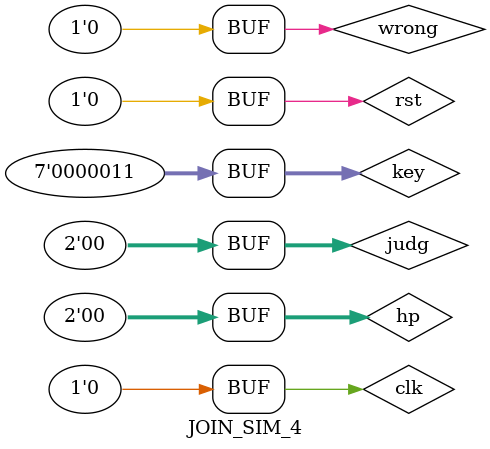
<source format=v>
`timescale 1ns / 100ps

module JOIN_SIM_4();

reg clk, rst, wrong;
reg [1:0] judg, hp;
reg [6:0] key;

//wire [3:0] seg1, seg2, seg3, seg4, seg5, seg6, seg1_q, seg2_q, seg3_q, count1, count2, count3;
wire [6:0] hex0, hex1, hex2, hex3, hex4, hex5;
wire [3:0] count1, count2, count3;
wire led;

JOIN j0(
//----------------input-----------
    .CLK(clk),
    .RST(rst),
    .JUDG(judg),
    .WRONG(wrong),
    .HP(hp),
    .KEY(key),

 //----------------output----------   
    .HEX0(hex0),
    .HEX1(hex1),
    .HEX2(hex2),
    .HEX3(hex3),
    .HEX4(hex4),
    .HEX5(hex5),
    .COUNT1_OUT(count1),
    .COUNT2_OUT(count2),
    .COUNT3_OUT(count3),
    .LEDR(led)

);


always begin
        clk = 1;
  #0.8  clk = 0;
  #0.8;
end


initial begin
  key = 7'b0000000;
  rst = 0;
  wrong = 0;
  judg = 2'b0;
  hp = 2'b0;
 


#20 key = 7'b0000001;
#40 key = 7'b0000011; //Switch to "INPUT"

end


endmodule
</source>
